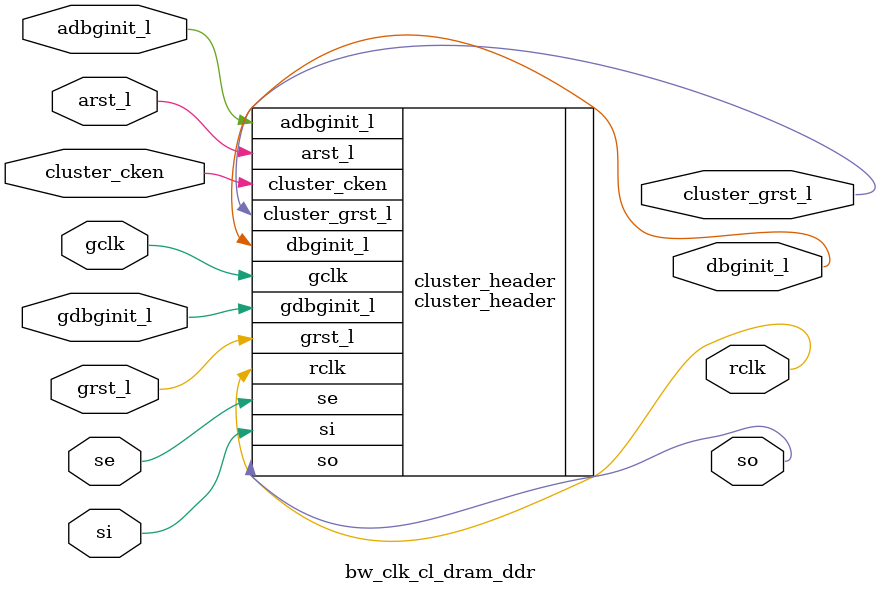
<source format=v>
module bw_clk_cl_dram_ddr (/*AUTOARG*/
   // Outputs
   so, rclk, dbginit_l, cluster_grst_l, 
   // Inputs
   si, se, grst_l, gdbginit_l, gclk, cluster_cken, arst_l, 
   adbginit_l
   );

   /*AUTOOUTPUT*/
   // Beginning of automatic outputs (from unused autoinst outputs)
   output		cluster_grst_l;		// From cluster_header of cluster_header.v
   output		dbginit_l;		// From cluster_header of cluster_header.v
   output		rclk;			// From cluster_header of cluster_header.v
   output		so;			// From cluster_header of cluster_header.v
   // End of automatics
   
   /*AUTOINPUT*/
   // Beginning of automatic inputs (from unused autoinst inputs)
   input		adbginit_l;		// To cluster_header of cluster_header.v
   input		arst_l;			// To cluster_header of cluster_header.v
   input		cluster_cken;		// To cluster_header of cluster_header.v
   input		gclk;			// To cluster_header of cluster_header.v
   input		gdbginit_l;		// To cluster_header of cluster_header.v
   input		grst_l;			// To cluster_header of cluster_header.v
   input		se;			// To cluster_header of cluster_header.v
   input		si;			// To cluster_header of cluster_header.v
   // End of automatics

   /* cluster_header AUTO_TEMPLATE (
    ); */

   cluster_header cluster_header
   (/*AUTOINST*/
    // Outputs
    .dbginit_l				(dbginit_l),
    .cluster_grst_l			(cluster_grst_l),
    .rclk				(rclk),
    .so					(so),
    // Inputs
    .gclk				(gclk),
    .cluster_cken			(cluster_cken),
    .arst_l				(arst_l),
    .grst_l				(grst_l),
    .adbginit_l				(adbginit_l),
    .gdbginit_l				(gdbginit_l),
    .si					(si),
    .se					(se));

endmodule // bw_clk_cl_ddr_ddr

// Local Variables:
// verilog-library-directories:("../../common/rtl")
// verilog-auto-sense-defines-constant:t
// End:

</source>
